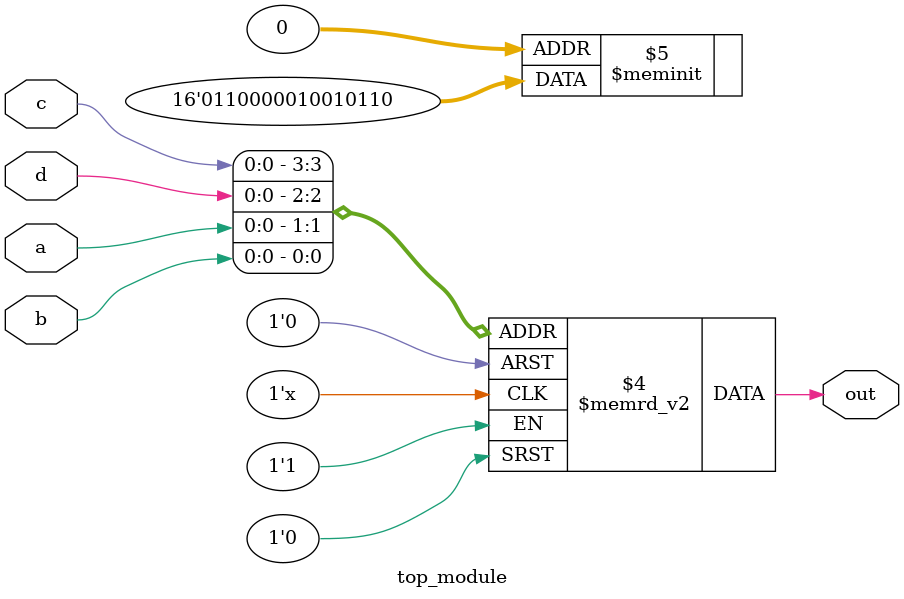
<source format=sv>
module top_module (
    input a,
    input b,
    input c,
    input d,
    output reg out
);

always @(*) begin
    case ({c, d, a, b})
        4'b0000: out = 1'b0;
        4'b0001: out = 1'b1;
        4'b0011: out = 1'b0;
        4'b0010: out = 1'b1;
        4'b0110: out = 1'b0;
        4'b0111: out = 1'b1;
        4'b0101: out = 1'b0;
        4'b0100: out = 1'b1;
        4'b1100: out = 1'b0;
        4'b1101: out = 1'b1;
        4'b1111: out = 1'b0;
        4'b1110: out = 1'b1;
        default: out = 1'b0;
    endcase
end

endmodule

</source>
